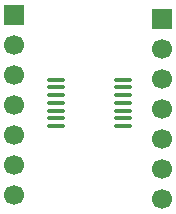
<source format=gbr>
%TF.GenerationSoftware,KiCad,Pcbnew,9.0.2*%
%TF.CreationDate,2025-05-30T20:37:56+08:00*%
%TF.ProjectId,magfire,6d616766-6972-4652-9e6b-696361645f70,rev?*%
%TF.SameCoordinates,Original*%
%TF.FileFunction,Soldermask,Top*%
%TF.FilePolarity,Negative*%
%FSLAX46Y46*%
G04 Gerber Fmt 4.6, Leading zero omitted, Abs format (unit mm)*
G04 Created by KiCad (PCBNEW 9.0.2) date 2025-05-30 20:37:56*
%MOMM*%
%LPD*%
G01*
G04 APERTURE LIST*
G04 Aperture macros list*
%AMRoundRect*
0 Rectangle with rounded corners*
0 $1 Rounding radius*
0 $2 $3 $4 $5 $6 $7 $8 $9 X,Y pos of 4 corners*
0 Add a 4 corners polygon primitive as box body*
4,1,4,$2,$3,$4,$5,$6,$7,$8,$9,$2,$3,0*
0 Add four circle primitives for the rounded corners*
1,1,$1+$1,$2,$3*
1,1,$1+$1,$4,$5*
1,1,$1+$1,$6,$7*
1,1,$1+$1,$8,$9*
0 Add four rect primitives between the rounded corners*
20,1,$1+$1,$2,$3,$4,$5,0*
20,1,$1+$1,$4,$5,$6,$7,0*
20,1,$1+$1,$6,$7,$8,$9,0*
20,1,$1+$1,$8,$9,$2,$3,0*%
G04 Aperture macros list end*
%ADD10RoundRect,0.100000X-0.637500X-0.100000X0.637500X-0.100000X0.637500X0.100000X-0.637500X0.100000X0*%
%ADD11R,1.700000X1.700000*%
%ADD12C,1.700000*%
G04 APERTURE END LIST*
D10*
%TO.C,U1*%
X149500000Y-105000000D03*
X149500000Y-105650000D03*
X149500000Y-106300000D03*
X149500000Y-106950000D03*
X149500000Y-107600000D03*
X149500000Y-108250000D03*
X149500000Y-108900000D03*
X155225000Y-108900000D03*
X155225000Y-108250000D03*
X155225000Y-107600000D03*
X155225000Y-106950000D03*
X155225000Y-106300000D03*
X155225000Y-105650000D03*
X155225000Y-105000000D03*
%TD*%
D11*
%TO.C,J2*%
X158500000Y-99840000D03*
D12*
X158500000Y-102380000D03*
X158500000Y-104920000D03*
X158500000Y-107460000D03*
X158500000Y-110000000D03*
X158500000Y-112540000D03*
X158500000Y-115080000D03*
%TD*%
D11*
%TO.C,J1*%
X146000000Y-99500000D03*
D12*
X146000000Y-102040000D03*
X146000000Y-104580000D03*
X146000000Y-107120000D03*
X146000000Y-109660000D03*
X146000000Y-112200000D03*
X146000000Y-114740000D03*
%TD*%
M02*

</source>
